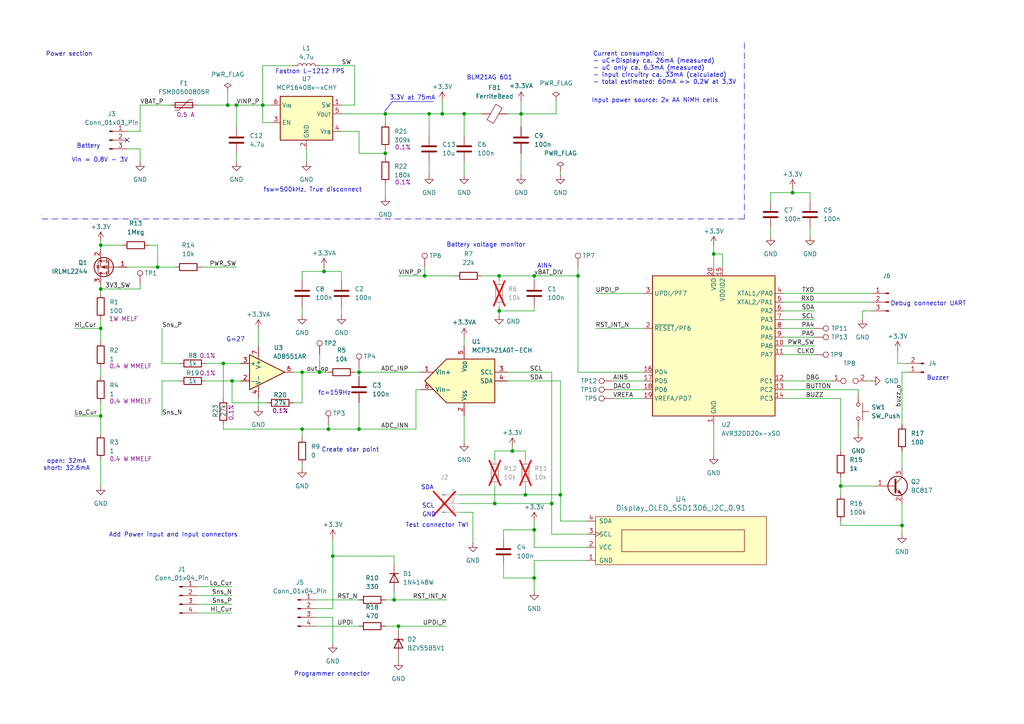
<source format=kicad_sch>
(kicad_sch (version 20250114) (generator "eeschema") (generator_version "9.0")
  (paper "A4")
  (title_block (title "Shorty - short circuit finder") (date "2024-06-12") (rev "1") (company "Nestler Elektronik"))
  (text "Test connector TWI\n" (at 126.746 152.4 0) (effects (font (size 1.27 1.27))))
  (text "Buzzer" (at 272.034 109.728 0) (effects (font (size 1.27 1.27))))
  (text "Current consumption:\n- uC+Display ca. 26mA (measured)\n- uC only ca. 6.3mA (measured)\n- input circuitry ca. 33mA (calculated)\n- total estimated: 60mA => 0.2W at 3.3V" (at 171.958 19.812 0) (effects (font (size 1.27 1.27) (thickness 0.1588)) (justify left)))
  (text "fc=159Hz\n" (at 97.028 114.046 0) (effects (font (size 1.27 1.27))))
  (text "Vin = 0.8V - 3V" (at 28.956 46.482 0) (effects (font (size 1.27 1.27))))
  (text "Add Power input and Input connectors\n" (at 50.292 155.194 0) (effects (font (size 1.27 1.27))))
  (text "3.3V at 75mA" (at 119.634 28.448 0) (effects (font (size 1.27 1.27))))
  (text "Fastron L-1212 FPS" (at 89.916 20.828 0) (effects (font (size 1.27 1.27))))
  (text "AIN4" (at 157.988 77.216 0) (effects (font (size 1.27 1.27))))
  (text "Power section" (at 20.066 15.748 0) (effects (font (size 1.27 1.27))))
  (text "open: 32mA\nshort: 32.6mA" (at 19.304 134.874 0) (effects (font (size 1.27 1.27))))
  (text "SCL" (at 124.206 146.812 0) (effects (font (size 1.27 1.27))))
  (text "Battery voltage monitor\n" (at 140.97 71.12 0) (effects (font (size 1.27 1.27))))
  (text "Battery" (at 25.654 42.418 0) (effects (font (size 1.27 1.27))))
  (text "Input power source: 2x AA NiMH cells" (at 189.992 29.21 0) (effects (font (size 1.27 1.27))))
  (text "G=27\n\n" (at 68.326 99.568 0) (effects (font (size 1.27 1.27))))
  (text "Debug connector UART\n" (at 269.24 88.138 0) (effects (font (size 1.27 1.27))))
  (text "GND" (at 124.46 149.352 0) (effects (font (size 1.27 1.27))))
  (text "SDA" (at 123.952 141.478 0) (effects (font (size 1.27 1.27))))
  (text "Create star point" (at 101.6 130.556 0) (effects (font (size 1.27 1.27))))
  (text "Programmer connector" (at 96.266 195.58 0) (effects (font (size 1.27 1.27))))
  (text "fsw=500kHz, True disconnect" (at 90.678 55.118 0) (effects (font (size 1.27 1.27))))
  (text "BLM21AG 601" (at 141.986 22.606 0) (effects (font (size 1.27 1.27))))
  (junction (at 243.84 140.97))
  (junction (at 128.27 33.02))
  (junction (at 104.14 107.95))
  (junction (at 92.71 107.95))
  (junction (at 152.4 143.51))
  (junction (at 76.2 30.48))
  (junction (at 162.56 143.51))
  (junction (at 207.01 73.66))
  (junction (at 29.21 120.65))
  (junction (at 154.94 153.67))
  (junction (at 123.19 80.01))
  (junction (at 115.57 181.61))
  (junction (at 154.94 167.64))
  (junction (at 29.21 83.82))
  (junction (at 167.64 80.01))
  (junction (at 144.78 90.17))
  (junction (at 95.25 124.46))
  (junction (at 87.63 124.46))
  (junction (at 229.87 55.88))
  (junction (at 144.78 80.01))
  (junction (at 160.02 146.05))
  (junction (at 64.77 105.41))
  (junction (at 261.62 152.4))
  (junction (at 29.21 71.12))
  (junction (at 93.98 78.74))
  (junction (at 124.46 33.02))
  (junction (at 114.3 173.99))
  (junction (at 87.63 107.95))
  (junction (at 29.21 95.25))
  (junction (at 148.59 130.81))
  (junction (at 66.04 30.48))
  (junction (at 45.72 77.47))
  (junction (at 96.52 161.29))
  (junction (at 111.76 33.02))
  (junction (at 154.94 80.01))
  (junction (at 111.76 44.45))
  (junction (at 134.62 33.02))
  (junction (at 67.31 110.49))
  (junction (at 68.58 30.48))
  (junction (at 104.14 124.46))
  (junction (at 151.13 33.02))
  (junction (at 143.51 146.05))
  (no_connect (at 36.83 40.64))
  (wire (pts (xy 85.09 107.95) (xy 87.63 107.95)))
  (wire (pts (xy 115.57 80.01) (xy 123.19 80.01)))
  (wire (pts (xy 121.92 113.03) (xy 120.65 113.03)))
  (wire (pts (xy 154.94 167.64) (xy 154.94 171.45)))
  (wire (pts (xy 162.56 110.49) (xy 147.32 110.49)))
  (wire (pts (xy 207.01 77.47) (xy 207.01 73.66)))
  (wire (pts (xy 144.78 80.01) (xy 144.78 81.28)))
  (wire (pts (xy 114.3 163.83) (xy 114.3 161.29)))
  (wire (pts (xy 123.19 77.47) (xy 123.19 80.01)))
  (wire (pts (xy 227.33 92.71) (xy 236.22 92.71)))
  (wire (pts (xy 29.21 69.85) (xy 29.21 71.12)))
  (wire (pts (xy 162.56 49.53) (xy 162.56 50.8)))
  (wire (pts (xy 148.59 129.54) (xy 148.59 130.81)))
  (wire (pts (xy 29.21 71.12) (xy 35.56 71.12)))
  (wire (pts (xy 133.35 143.51) (xy 152.4 143.51)))
  (wire (pts (xy 102.87 107.95) (xy 104.14 107.95)))
  (wire (pts (xy 177.8 115.57) (xy 186.69 115.57)))
  (wire (pts (xy 115.57 190.5) (xy 115.57 191.77)))
  (wire (pts (xy 91.44 176.53) (xy 96.52 176.53)))
  (wire (pts (xy 87.63 107.95) (xy 92.71 107.95)))
  (wire (pts (xy 114.3 173.99) (xy 129.54 173.99)))
  (wire (pts (xy 248.92 114.3) (xy 248.92 113.03)))
  (wire (pts (xy 66.04 30.48) (xy 68.58 30.48)))
  (wire (pts (xy 134.62 97.79) (xy 134.62 100.33)))
  (wire (pts (xy 111.76 44.45) (xy 111.76 45.72)))
  (wire (pts (xy 137.16 148.59) (xy 137.16 157.48)))
  (wire (pts (xy 59.69 110.49) (xy 67.31 110.49)))
  (wire (pts (xy 152.4 143.51) (xy 162.56 143.51)))
  (wire (pts (xy 261.62 130.81) (xy 261.62 135.89)))
  (wire (pts (xy 29.21 106.68) (xy 29.21 109.22)))
  (wire (pts (xy 46.99 110.49) (xy 52.07 110.49)))
  (wire (pts (xy 227.33 95.25) (xy 236.22 95.25)))
  (wire (pts (xy 64.77 105.41) (xy 69.85 105.41)))
  (wire (pts (xy 143.51 140.97) (xy 143.51 146.05)))
  (wire (pts (xy 29.21 133.35) (xy 29.21 140.97)))
  (wire (pts (xy 243.84 115.57) (xy 243.84 130.81)))
  (wire (pts (xy 154.94 90.17) (xy 154.94 88.9)))
  (wire (pts (xy 234.95 68.58) (xy 234.95 66.04)))
  (wire (pts (xy 243.84 152.4) (xy 261.62 152.4)))
  (wire (pts (xy 29.21 120.65) (xy 29.21 125.73)))
  (wire (pts (xy 114.3 171.45) (xy 114.3 173.99)))
  (wire (pts (xy 64.77 123.19) (xy 64.77 124.46)))
  (wire (pts (xy 67.31 116.84) (xy 77.47 116.84)))
  (wire (pts (xy 154.94 151.13) (xy 154.94 153.67)))
  (wire (pts (xy 207.01 71.12) (xy 207.01 73.66)))
  (wire (pts (xy 143.51 133.35) (xy 143.51 130.81)))
  (wire (pts (xy 36.83 77.47) (xy 45.72 77.47)))
  (wire (pts (xy 186.69 107.95) (xy 167.64 107.95)))
  (wire (pts (xy 207.01 73.66) (xy 209.55 73.66)))
  (wire (pts (xy 151.13 44.45) (xy 151.13 50.8)))
  (wire (pts (xy 167.64 80.01) (xy 167.64 107.95)))
  (wire (pts (xy 227.33 110.49) (xy 241.3 110.49)))
  (polyline (pts (xy 113.792 29.464) (xy 125.73 29.464)))
  (wire (pts (xy 151.13 33.02) (xy 161.29 33.02)))
  (wire (pts (xy 85.09 116.84) (xy 87.63 116.84)))
  (wire (pts (xy 76.2 30.48) (xy 76.2 19.05)))
  (wire (pts (xy 46.99 110.49) (xy 46.99 120.65)))
  (wire (pts (xy 144.78 80.01) (xy 139.7 80.01)))
  (wire (pts (xy 154.94 80.01) (xy 167.64 80.01)))
  (wire (pts (xy 227.33 102.87) (xy 236.22 102.87)))
  (wire (pts (xy 87.63 107.95) (xy 87.63 116.84)))
  (wire (pts (xy 227.33 90.17) (xy 236.22 90.17)))
  (wire (pts (xy 252.73 110.49) (xy 251.46 110.49)))
  (wire (pts (xy 162.56 110.49) (xy 162.56 143.51)))
  (wire (pts (xy 95.25 123.19) (xy 95.25 124.46)))
  (wire (pts (xy 29.21 92.71) (xy 29.21 95.25)))
  (wire (pts (xy 87.63 124.46) (xy 87.63 127)))
  (wire (pts (xy 261.62 107.95) (xy 261.62 123.19)))
  (wire (pts (xy 154.94 80.01) (xy 154.94 81.28)))
  (wire (pts (xy 92.71 102.87) (xy 92.71 107.95)))
  (wire (pts (xy 243.84 143.51) (xy 243.84 140.97)))
  (wire (pts (xy 260.35 101.6) (xy 260.35 105.41)))
  (wire (pts (xy 111.76 33.02) (xy 111.76 35.56)))
  (wire (pts (xy 74.93 95.25) (xy 74.93 100.33)))
  (wire (pts (xy 45.72 71.12) (xy 43.18 71.12)))
  (wire (pts (xy 115.57 181.61) (xy 115.57 182.88)))
  (wire (pts (xy 227.33 85.09) (xy 252.73 85.09)))
  (wire (pts (xy 151.13 36.83) (xy 151.13 33.02)))
  (wire (pts (xy 29.21 95.25) (xy 29.21 99.06)))
  (wire (pts (xy 87.63 78.74) (xy 93.98 78.74)))
  (polyline (pts (xy 111.5642 32.2885) (xy 113.792 29.464)))
  (wire (pts (xy 87.63 134.62) (xy 87.63 135.89)))
  (wire (pts (xy 74.93 115.57) (xy 74.93 118.11)))
  (wire (pts (xy 170.18 162.56) (xy 154.94 162.56)))
  (wire (pts (xy 57.15 170.18) (xy 67.31 170.18)))
  (wire (pts (xy 154.94 153.67) (xy 154.94 158.75)))
  (wire (pts (xy 160.02 107.95) (xy 160.02 146.05)))
  (wire (pts (xy 124.46 33.02) (xy 124.46 39.37)))
  (wire (pts (xy 177.8 113.03) (xy 186.69 113.03)))
  (wire (pts (xy 143.51 130.81) (xy 148.59 130.81)))
  (wire (pts (xy 144.78 90.17) (xy 154.94 90.17)))
  (wire (pts (xy 172.72 95.25) (xy 186.69 95.25)))
  (wire (pts (xy 96.52 156.21) (xy 96.52 161.29)))
  (wire (pts (xy 243.84 140.97) (xy 254 140.97)))
  (wire (pts (xy 151.13 33.02) (xy 151.13 29.21)))
  (wire (pts (xy 124.46 46.99) (xy 124.46 50.8)))
  (wire (pts (xy 229.87 55.88) (xy 234.95 55.88)))
  (wire (pts (xy 177.8 110.49) (xy 186.69 110.49)))
  (wire (pts (xy 92.71 107.95) (xy 95.25 107.95)))
  (wire (pts (xy 146.05 156.21) (xy 146.05 153.67)))
  (wire (pts (xy 154.94 162.56) (xy 154.94 167.64)))
  (wire (pts (xy 36.83 43.18) (xy 40.64 43.18)))
  (wire (pts (xy 144.78 90.17) (xy 144.78 91.44)))
  (wire (pts (xy 40.64 43.18) (xy 40.64 46.99)))
  (wire (pts (xy 104.14 107.95) (xy 104.14 109.22)))
  (wire (pts (xy 57.15 172.72) (xy 67.31 172.72)))
  (wire (pts (xy 96.52 179.07) (xy 96.52 186.69)))
  (wire (pts (xy 104.14 124.46) (xy 120.65 124.46)))
  (wire (pts (xy 57.15 177.8) (xy 67.31 177.8)))
  (wire (pts (xy 95.25 124.46) (xy 104.14 124.46)))
  (wire (pts (xy 68.58 30.48) (xy 76.2 30.48)))
  (wire (pts (xy 160.02 146.05) (xy 160.02 154.94)))
  (wire (pts (xy 99.06 91.44) (xy 99.06 88.9)))
  (wire (pts (xy 64.77 105.41) (xy 64.77 115.57)))
  (wire (pts (xy 57.15 30.48) (xy 66.04 30.48)))
  (wire (pts (xy 67.31 110.49) (xy 69.85 110.49)))
  (wire (pts (xy 111.76 43.18) (xy 111.76 44.45)))
  (wire (pts (xy 162.56 143.51) (xy 162.56 151.13)))
  (wire (pts (xy 209.55 73.66) (xy 209.55 77.47)))
  (wire (pts (xy 120.65 113.03) (xy 120.65 124.46)))
  (wire (pts (xy 227.33 97.79) (xy 236.22 97.79)))
  (wire (pts (xy 36.83 38.1) (xy 40.64 38.1)))
  (wire (pts (xy 46.99 105.41) (xy 46.99 95.25)))
  (wire (pts (xy 115.57 181.61) (xy 129.54 181.61)))
  (wire (pts (xy 133.35 146.05) (xy 143.51 146.05)))
  (wire (pts (xy 78.74 35.56) (xy 76.2 35.56)))
  (wire (pts (xy 160.02 154.94) (xy 170.18 154.94)))
  (wire (pts (xy 21.59 95.25) (xy 29.21 95.25)))
  (wire (pts (xy 152.4 140.97) (xy 152.4 143.51)))
  (wire (pts (xy 170.18 158.75) (xy 154.94 158.75)))
  (wire (pts (xy 29.21 83.82) (xy 29.21 85.09)))
  (wire (pts (xy 123.19 80.01) (xy 132.08 80.01)))
  (wire (pts (xy 45.72 77.47) (xy 50.8 77.47)))
  (wire (pts (xy 104.14 106.68) (xy 104.14 107.95)))
  (wire (pts (xy 124.46 33.02) (xy 128.27 33.02)))
  (wire (pts (xy 87.63 91.44) (xy 87.63 88.9)))
  (wire (pts (xy 76.2 30.48) (xy 76.2 35.56)))
  (wire (pts (xy 146.05 163.83) (xy 146.05 167.64)))
  (wire (pts (xy 96.52 161.29) (xy 114.3 161.29)))
  (wire (pts (xy 144.78 80.01) (xy 154.94 80.01)))
  (wire (pts (xy 134.62 46.99) (xy 134.62 50.8)))
  (wire (pts (xy 111.76 173.99) (xy 114.3 173.99)))
  (wire (pts (xy 29.21 83.82) (xy 40.64 83.82)))
  (wire (pts (xy 68.58 36.83) (xy 68.58 30.48)))
  (wire (pts (xy 248.92 124.46) (xy 248.92 125.73)))
  (wire (pts (xy 29.21 116.84) (xy 29.21 120.65)))
  (wire (pts (xy 40.64 30.48) (xy 40.64 38.1)))
  (wire (pts (xy 261.62 152.4) (xy 261.62 154.94)))
  (wire (pts (xy 102.87 19.05) (xy 102.87 30.48)))
  (wire (pts (xy 104.14 44.45) (xy 111.76 44.45)))
  (wire (pts (xy 57.15 175.26) (xy 67.31 175.26)))
  (wire (pts (xy 229.87 54.61) (xy 229.87 55.88)))
  (wire (pts (xy 111.76 53.34) (xy 111.76 57.15)))
  (wire (pts (xy 162.56 151.13) (xy 170.18 151.13)))
  (wire (pts (xy 78.74 30.48) (xy 76.2 30.48)))
  (wire (pts (xy 104.14 107.95) (xy 121.92 107.95)))
  (wire (pts (xy 68.58 46.99) (xy 68.58 44.45)))
  (wire (pts (xy 99.06 38.1) (xy 104.14 38.1)))
  (wire (pts (xy 234.95 55.88) (xy 234.95 58.42)))
  (wire (pts (xy 227.33 100.33) (xy 236.22 100.33)))
  (wire (pts (xy 40.64 30.48) (xy 49.53 30.48)))
  (wire (pts (xy 99.06 30.48) (xy 102.87 30.48)))
  (wire (pts (xy 148.59 130.81) (xy 152.4 130.81)))
  (wire (pts (xy 146.05 167.64) (xy 154.94 167.64)))
  (wire (pts (xy 58.42 77.47) (xy 68.58 77.47)))
  (polyline (pts (xy 12.192 63.5) (xy 215.9 63.5)) (stroke (width 0) (type dash_dot)))
  (wire (pts (xy 134.62 120.65) (xy 134.62 128.27)))
  (wire (pts (xy 243.84 151.13) (xy 243.84 152.4)))
  (wire (pts (xy 59.69 105.41) (xy 64.77 105.41)))
  (wire (pts (xy 87.63 124.46) (xy 95.25 124.46)))
  (wire (pts (xy 161.29 29.21) (xy 161.29 33.02)))
  (wire (pts (xy 64.77 124.46) (xy 87.63 124.46)))
  (wire (pts (xy 91.44 173.99) (xy 104.14 173.99)))
  (wire (pts (xy 87.63 81.28) (xy 87.63 78.74)))
  (wire (pts (xy 167.64 77.47) (xy 167.64 80.01)))
  (wire (pts (xy 227.33 87.63) (xy 252.73 87.63)))
  (wire (pts (xy 67.31 110.49) (xy 67.31 116.84)))
  (wire (pts (xy 111.76 181.61) (xy 115.57 181.61)))
  (wire (pts (xy 152.4 130.81) (xy 152.4 133.35)))
  (wire (pts (xy 40.64 83.82) (xy 40.64 82.55)))
  (wire (pts (xy 133.35 148.59) (xy 137.16 148.59)))
  (wire (pts (xy 104.14 116.84) (xy 104.14 124.46)))
  (wire (pts (xy 93.98 78.74) (xy 99.06 78.74)))
  (wire (pts (xy 128.27 29.21) (xy 128.27 33.02)))
  (wire (pts (xy 248.92 113.03) (xy 227.33 113.03)))
  (wire (pts (xy 147.32 33.02) (xy 151.13 33.02)))
  (wire (pts (xy 99.06 78.74) (xy 99.06 81.28)))
  (wire (pts (xy 88.9 43.18) (xy 88.9 46.99)))
  (wire (pts (xy 96.52 161.29) (xy 96.52 176.53)))
  (wire (pts (xy 128.27 33.02) (xy 134.62 33.02)))
  (wire (pts (xy 260.35 105.41) (xy 262.89 105.41)))
  (wire (pts (xy 29.21 71.12) (xy 29.21 72.39)))
  (wire (pts (xy 134.62 39.37) (xy 134.62 33.02)))
  (wire (pts (xy 134.62 33.02) (xy 139.7 33.02)))
  (wire (pts (xy 223.52 58.42) (xy 223.52 55.88)))
  (wire (pts (xy 243.84 138.43) (xy 243.84 140.97)))
  (wire (pts (xy 223.52 68.58) (xy 223.52 66.04)))
  (wire (pts (xy 99.06 33.02) (xy 111.76 33.02)))
  (wire (pts (xy 91.44 181.61) (xy 104.14 181.61)))
  (wire (pts (xy 261.62 107.95) (xy 262.89 107.95)))
  (wire (pts (xy 223.52 55.88) (xy 229.87 55.88)))
  (wire (pts (xy 227.33 115.57) (xy 243.84 115.57)))
  (wire (pts (xy 93.98 77.47) (xy 93.98 78.74)))
  (wire (pts (xy 66.04 26.67) (xy 66.04 30.48)))
  (wire (pts (xy 92.71 19.05) (xy 102.87 19.05)))
  (wire (pts (xy 45.72 71.12) (xy 45.72 77.47)))
  (polyline (pts (xy 215.9 12.446) (xy 215.9 63.5)) (stroke (width 0) (type dash_dot)))
  (wire (pts (xy 207.01 123.19) (xy 207.01 132.08)))
  (wire (pts (xy 172.72 85.09) (xy 186.69 85.09)))
  (wire (pts (xy 91.44 179.07) (xy 96.52 179.07)))
  (wire (pts (xy 261.62 146.05) (xy 261.62 152.4)))
  (wire (pts (xy 147.32 107.95) (xy 160.02 107.95)))
  (wire (pts (xy 144.78 88.9) (xy 144.78 90.17)))
  (wire (pts (xy 46.99 105.41) (xy 52.07 105.41)))
  (wire (pts (xy 111.76 33.02) (xy 124.46 33.02)))
  (polyline (pts (xy 12.192 62.484) (xy 12.192 62.484)))
  (wire (pts (xy 252.73 90.17) (xy 250.19 90.17)))
  (wire (pts (xy 143.51 146.05) (xy 160.02 146.05)))
  (wire (pts (xy 146.05 153.67) (xy 154.94 153.67)))
  (wire (pts (xy 250.19 90.17) (xy 250.19 92.71)))
  (wire (pts (xy 21.59 120.65) (xy 29.21 120.65)))
  (wire (pts (xy 104.14 38.1) (xy 104.14 44.45)))
  (wire (pts (xy 29.21 82.55) (xy 29.21 83.82)))
  (wire (pts (xy 76.2 19.05) (xy 85.09 19.05)))
  (label "Sns_N" (at 46.99 120.65 0))
  (label "ADC_INN" (at 110.49 124.46 0))
  (label "RXD" (at 236.22 87.63 180))
  (label "Lo_Cur" (at 21.59 120.65 0))
  (label "BUZZ" (at 233.68 115.57 0))
  (label "SCL" (at 153.67 107.95 0))
  (label "AIN5" (at 177.8 110.49 0))
  (label "3V3_SW" (at 30.48 83.82 0))
  (label "out_op" (at 88.9 107.95 0))
  (label "VREFA" (at 177.8 115.57 0))
  (label "UPDI_P" (at 172.72 85.09 0))
  (label "ADC_INP" (at 110.49 107.95 0))
  (label "Lo_Cur" (at 67.31 170.18 180))
  (label "Sns_P" (at 67.31 175.26 180))
  (label "SCL" (at 236.22 92.71 180))
  (label "Hi_Cur" (at 67.31 177.8 180))
  (label "PA5" (at 236.22 97.79 180))
  (label "PWR_SW" (at 236.22 100.33 180))
  (label "SW" (at 99.06 19.05 0))
  (label "UPDI_P" (at 129.54 181.61 180))
  (label "Hi_Cur" (at 21.59 95.25 0))
  (label "buzz_o" (at 261.62 118.11 90))
  (label "RST_INT_N" (at 172.72 95.25 0))
  (label "TXD" (at 236.22 85.09 180))
  (label "VINP_P" (at 68.58 30.48 0))
  (label "PA4" (at 236.22 95.25 180))
  (label "DACO" (at 177.8 113.03 0))
  (label "CLKO" (at 236.22 102.87 180))
  (label "Sns_N" (at 67.31 172.72 180))
  (label "vBAT_DIV" (at 154.94 80.01 0))
  (label "RST_INT_N" (at 129.54 173.99 180))
  (label "PWR_SW" (at 68.58 77.47 180))
  (label "UPDI" (at 97.79 181.61 0))
  (label "Sns_P" (at 46.99 95.25 0))
  (label "SDA" (at 236.22 90.17 180))
  (label "DBG" (at 233.68 110.49 0))
  (label "RST_N" (at 97.79 173.99 0))
  (label "VINP_P" (at 115.57 80.01 0))
  (label "BUTTON" (at 233.68 113.03 0))
  (label "SDA" (at 153.67 110.49 0))
  (label "VBAT_P" (at 40.64 30.48 0))
  (symbol (lib_id "Device:R") (at 55.88 110.49 90) (unit 1)
    (property "Reference" "R19" (at 55.88 108.204 90))
    (property "Value" "1k" (at 55.88 110.49 90))
    (property "Footprint" "Resistor_SMD:R_0805_2012Metric_Pad1.20x1.40mm_HandSolder" (effects (hide yes)))
    (property "Description" "Resistor" (effects (hide yes)))
    (property "Tol" "0.1%" (at 60.198 108.204 90))
  )
  (symbol (lib_id "Diode:1N4148W") (at 114.3 167.64 270) (unit 1)
    (property "Reference" "D1" (at 116.84 166.3699 90) (effects (justify left)))
    (property "Value" "1N4148W" (at 116.84 168.9099 90) (effects (justify left)))
    (property "Footprint" "Diode_SMD:D_SOD-123" (effects (hide yes)))
    (property "Datasheet" "https://www.vishay.com/docs/85748/1n4148w.pdf" (effects (hide yes)))
    (property "Description" "75V 0.15A Fast Switching Diode, SOD-123" (effects (hide yes)))
    (property "Sim.Device" "D" (effects (hide yes)))
    (property "Sim.Pins" "1=K 2=A" (effects (hide yes)))
  )
  (symbol (lib_id "Connector:TestPoint") (at 95.25 123.19 0) (unit 1) (in_bom no)
    (property "Reference" "TP3" (at 96.52 119.888 0) (effects (justify left)))
    (property "Value" "TestPoint" (effects (hide yes)))
    (property "Footprint" "TestPoint:TestPoint_Pad_D1.0mm" (effects (hide yes)))
    (property "Description" "test point" (effects (hide yes)))
  )
  (symbol (lib_id "Connector:TestPoint") (at 40.64 82.55 0) (unit 1) (in_bom no)
    (property "Reference" "TP1" (at 41.91 79.248 0) (effects (justify left)))
    (property "Value" "TestPoint" (effects (hide yes)))
    (property "Footprint" "TestPoint:TestPoint_Pad_D1.0mm" (effects (hide yes)))
    (property "Description" "test point" (effects (hide yes)))
  )
  (symbol (lib_id "Analog_ADC:MCP3421A0T-ECH") (at 134.62 110.49 0) (unit 1)
    (property "Reference" "U1" (at 136.8141 99.06 0) (effects (justify left)))
    (property "Value" "MCP3421A0T-ECH" (at 136.8141 101.6 0) (effects (justify left)))
    (property "Footprint" "Package_TO_SOT_SMD:SOT-23-6" (effects (hide yes)))
    (property "Datasheet" "http://ww1.microchip.com/downloads/en/DeviceDoc/22003e.pdf" (effects (hide yes)))
    (property "Description" "Single Delta-Sigma 18bit Analog to Digital Converter, I2C Interface, SOT-23-6" (effects (hide yes)))
  )
  (symbol (lib_id "power:GND") (at 99.06 91.44 0) (unit 1)
    (property "Reference" "#PWR031" (effects (hide yes)))
    (property "Value" "GND" (at 99.06 96.52 0))
    (property "Description" "Power symbol creates a global label with name \"GND\" , ground" (effects (hide yes)))
  )
  (symbol (lib_id "Connector:TestPoint") (at 236.22 97.79 270) (mirror x) (unit 1) (in_bom no)
    (property "Reference" "TP13" (at 241.046 97.79 90) (effects (justify left)))
    (property "Value" "TestPoint" (effects (hide yes)))
    (property "Footprint" "TestPoint:TestPoint_Pad_D1.0mm" (effects (hide yes)))
    (property "Description" "test point" (effects (hide yes)))
  )
  (symbol (lib_id "Connector:Conn_01x02_Pin") (at 267.97 107.95 180) (unit 1)
    (property "Reference" "J4" (at 269.24 105.4099 0) (effects (justify right)))
    (property "Value" "Conn_01x02_Pin" (effects (hide yes)))
    (property "Footprint" "Connector_JST:JST_PH_B2B-PH-K_1x02_P2.00mm_Vertical" (effects (hide yes)))
    (property "Description" "Generic connector, single row, 01x02, script generated" (effects (hide yes)))
  )
  (symbol (lib_id "power:+3.3V") (at 93.98 77.47 0) (unit 1)
    (property "Reference" "#PWR05" (effects (hide yes)))
    (property "Value" "+3.3VA" (at 93.98 73.406 0))
    (property "Description" "Power symbol creates a global label with name \"+3.3V\"" (effects (hide yes)))
  )
  (symbol (lib_id "power:PWR_FLAG") (at 161.29 29.21 0) (unit 1)
    (property "Reference" "#FLG02" (effects (hide yes)))
    (property "Value" "PWR_FLAG" (at 161.29 24.13 0))
    (property "Description" "Special symbol for telling ERC where power comes from" (effects (hide yes)))
  )
  (symbol (lib_id "Regulator_Switching:MCP1640Bx-xCHY") (at 88.9 35.56 0) (unit 1)
    (property "Reference" "U7" (at 88.9 22.86 0))
    (property "Value" "MCP1640Bx-xCHY" (at 88.9 25.4 0))
    (property "Footprint" "Package_TO_SOT_SMD:SOT-23-6" (effects (hide yes)))
    (property "Datasheet" "http://ww1.microchip.com/downloads/en/DeviceDoc/20002234D.pdf" (effects (hide yes)))
    (property "Description" "Synchronous Boost Regulator, Adjustable Output 2.0V-5.5V, PWM Only True Disconnect, SOT-23" (effects (hide yes)))
  )
  (symbol (lib_id "Transistor_FET:IRLML6401") (at 31.75 77.47 180) (unit 1)
    (property "Reference" "Q1" (at 25.4 76.1999 0) (effects (justify left)))
    (property "Value" "IRLML2244" (at 25.4 78.7399 0) (effects (justify left)))
    (property "Footprint" "Package_TO_SOT_SMD:SOT-23" (effects (hide yes)))
    (property "Datasheet" "https://www.infineon.com/dgdl/irlml6401pbf.pdf?fileId=5546d462533600a401535668b96d2634" (effects (hide yes)))
    (property "Description" "-4.3A Id, -12V Vds, 50mOhm Rds, P-Channel HEXFET Power MOSFET, SOT-23" (effects (hide yes)))
  )
  (symbol (lib_id "Device:C") (at 87.63 85.09 0) (unit 1)
    (property "Reference" "C8" (at 91.44 83.8199 0) (effects (justify left)))
    (property "Value" "100n" (at 91.44 86.3599 0) (effects (justify left)))
    (property "Footprint" "Capacitor_SMD:C_0805_2012Metric_Pad1.18x1.45mm_HandSolder" (effects (hide yes)))
    (property "Description" "Unpolarized capacitor" (effects (hide yes)))
  )
  (symbol (lib_id "Connector:Conn_01x03_Pin") (at 257.81 87.63 0) (mirror y) (unit 1)
    (property "Reference" "J6" (at 257.175 80.01 0))
    (property "Value" "Conn_01x03_Pin" (effects (hide yes)))
    (property "Footprint" "Connector_PinHeader_2.54mm:PinHeader_1x03_P2.54mm_Vertical" (effects (hide yes)))
    (property "Description" "Generic connector, single row, 01x03, script generated" (effects (hide yes)))
  )
  (symbol (lib_id "power:+3.3V") (at 229.87 54.61 0) (unit 1)
    (property "Reference" "#PWR25" (effects (hide yes)))
    (property "Value" "+3.3V" (at 229.87 50.546 0))
    (property "Description" "Power symbol creates a global label with name \"+3.3V\"" (effects (hide yes)))
  )
  (symbol (lib_id "Transistor_BJT:BC817") (at 259.08 140.97 0) (unit 1)
    (property "Reference" "Q2" (at 264.16 139.6999 0) (effects (justify left)))
    (property "Value" "BC817" (at 264.16 142.2399 0) (effects (justify left)))
    (property "Footprint" "Package_TO_SOT_SMD:SOT-23" (effects (hide yes)))
    (property "Datasheet" "https://www.onsemi.com/pub/Collateral/BC818-D.pdf" (effects (hide yes)))
    (property "Description" "0.8A Ic, 45V Vce, NPN Transistor, SOT-23" (effects (hide yes)))
  )
  (symbol (lib_id "power:+3.3VA") (at 29.21 69.85 0) (unit 1)
    (property "Reference" "#PWR023" (effects (hide yes)))
    (property "Value" "+3.3V" (at 29.21 65.786 0))
    (property "Description" "Power symbol creates a global label with name \"+3.3VA\"" (effects (hide yes)))
  )
  (symbol (lib_id "Device:R") (at 261.62 127 0) (unit 1)
    (property "Reference" "R17" (at 264.16 125.7299 0) (effects (justify left)))
    (property "Value" "100" (at 264.16 128.2699 0) (effects (justify left)))
    (property "Footprint" "Resistor_SMD:R_0805_2012Metric_Pad1.20x1.40mm_HandSolder" (effects (hide yes)))
    (property "Description" "Resistor" (effects (hide yes)))
  )
  (symbol (lib_id "Device:C") (at 234.95 62.23 0) (unit 1)
    (property "Reference" "C5" (at 238.76 60.9599 0) (effects (justify left)))
    (property "Value" "100n" (at 238.76 63.4999 0) (effects (justify left)))
    (property "Footprint" "Capacitor_SMD:C_0805_2012Metric_Pad1.18x1.45mm_HandSolder" (effects (hide yes)))
    (property "Description" "Unpolarized capacitor" (effects (hide yes)))
  )
  (symbol (lib_id "My_Displays:Display_OLED_SSD1306_I2C_0.91") (at 200.66 157.48 0) (unit 1)
    (property "Reference" "U4" (at 197.485 144.78 0) (effects (font (size 1.524 1.524))))
    (property "Value" "Display_OLED_SSD1306_I2C_0.91" (at 197.485 147.32 0) (effects (font (size 1.524 1.524))))
    (property "Footprint" "Custom_Displays:SSD1306-0.91-OLED-4pin-128x32" (effects (hide yes)))
    (property "Description" "OLED-Display 128x32,I2C, 0.91\"" (effects (hide yes)))
  )
  (symbol (lib_id "Device:C") (at 99.06 85.09 0) (unit 1)
    (property "Reference" "C2" (at 102.87 83.8199 0) (effects (justify left)))
    (property "Value" "100n" (at 102.87 86.3599 0) (effects (justify left)))
    (property "Footprint" "Capacitor_SMD:C_0805_2012Metric_Pad1.18x1.45mm_HandSolder" (effects (hide yes)))
    (property "Description" "Unpolarized capacitor" (effects (hide yes)))
  )
  (symbol (lib_id "Connector:Conn_01x04_Pin") (at 86.36 176.53 0) (unit 1)
    (property "Reference" "J5" (at 86.995 168.91 0))
    (property "Value" "Conn_01x04_Pin" (at 86.995 171.45 0))
    (property "Footprint" "Connector_PinHeader_2.54mm:PinHeader_1x04_P2.54mm_Vertical" (effects (hide yes)))
    (property "Description" "Generic connector, single row, 01x04, script generated" (effects (hide yes)))
  )
  (symbol (lib_id "power:+3.3VA") (at 134.62 97.79 0) (unit 1)
    (property "Reference" "#PWR021" (effects (hide yes)))
    (property "Value" "+3.3VA" (at 134.62 93.472 0))
    (property "Description" "Power symbol creates a global label with name \"+3.3VA\"" (effects (hide yes)))
  )
  (symbol (lib_id "Device:R") (at 135.89 80.01 90) (unit 1)
    (property "Reference" "R7" (at 135.89 73.66 90))
    (property "Value" "22k" (at 135.89 76.2 90))
    (property "Footprint" "Resistor_SMD:R_0805_2012Metric_Pad1.20x1.40mm_HandSolder" (effects (hide yes)))
    (property "Description" "Resistor" (effects (hide yes)))
  )
  (symbol (lib_id "power:GND") (at 144.78 91.44 0) (unit 1)
    (property "Reference" "#PWR04" (effects (hide yes)))
    (property "Value" "GND" (at 148.844 93.218 0))
    (property "Description" "Power symbol creates a global label with name \"GND\" , ground" (effects (hide yes)))
  )
  (symbol (lib_id "power:GND") (at 74.93 118.11 0) (unit 1)
    (property "Reference" "#PWR02" (effects (hide yes)))
    (property "Value" "GND" (at 74.93 123.19 0))
    (property "Description" "Power symbol creates a global label with name \"GND\" , ground" (effects (hide yes)))
  )
  (symbol (lib_id "power:GND") (at 248.92 125.73 0) (unit 1)
    (property "Reference" "#PWR10" (effects (hide yes)))
    (property "Value" "GND" (at 248.92 130.81 0))
    (property "Description" "Power symbol creates a global label with name \"GND\" , ground" (effects (hide yes)))
  )
  (symbol (lib_id "power:GND") (at 162.56 50.8 0) (unit 1)
    (property "Reference" "#PWR020" (effects (hide yes)))
    (property "Value" "GND" (at 162.56 55.88 0))
    (property "Description" "Power symbol creates a global label with name \"GND\" , ground" (effects (hide yes)))
  )
  (symbol (lib_id "power:+3.3V") (at 96.52 156.21 0) (unit 1)
    (property "Reference" "#PWR26" (effects (hide yes)))
    (property "Value" "+3.3V" (at 96.52 152.146 0))
    (property "Description" "Power symbol creates a global label with name \"+3.3V\"" (effects (hide yes)))
  )
  (symbol (lib_id "Device:R") (at 29.21 102.87 0) (unit 1)
    (property "Reference" "R2" (at 31.75 101.5999 0) (effects (justify left)))
    (property "Value" "1" (at 31.75 104.1399 0) (effects (justify left)))
    (property "Footprint" "Resistor_SMD:R_MiniMELF_MMA-0204" (effects (hide yes)))
    (property "Description" "Resistor" (effects (hide yes)))
    (property "Power" "0.4 W" (at 34.544 106.172 0))
    (property "Package" "MMELF" (at 40.894 106.172 0))
  )
  (symbol (lib_id "power:GND") (at 154.94 171.45 0) (unit 1)
    (property "Reference" "#PWR014" (effects (hide yes)))
    (property "Value" "GND" (at 154.94 176.53 0))
    (property "Description" "Power symbol creates a global label with name \"GND\" , ground" (effects (hide yes)))
  )
  (symbol (lib_id "Connector:TestPoint") (at 123.19 77.47 0) (unit 1) (in_bom no)
    (property "Reference" "TP6" (at 124.46 74.168 0) (effects (justify left)))
    (property "Value" "TestPoint" (effects (hide yes)))
    (property "Footprint" "TestPoint:TestPoint_Pad_D1.0mm" (effects (hide yes)))
    (property "Description" "test point" (effects (hide yes)))
  )
  (symbol (lib_id "power:GND") (at 261.62 154.94 0) (unit 1)
    (property "Reference" "#PWR030" (effects (hide yes)))
    (property "Value" "GND" (at 261.62 160.02 0))
    (property "Description" "Power symbol creates a global label with name \"GND\" , ground" (effects (hide yes)))
  )
  (symbol (lib_id "Device:R") (at 243.84 134.62 180) (unit 1)
    (property "Reference" "R15" (at 246.38 133.3499 0) (effects (justify right)))
    (property "Value" "1k" (at 246.38 135.8899 0) (effects (justify right)))
    (property "Footprint" "Resistor_SMD:R_0805_2012Metric_Pad1.20x1.40mm_HandSolder" (effects (hide yes)))
    (property "Description" "Resistor" (effects (hide yes)))
  )
  (symbol (lib_id "Device:R") (at 29.21 129.54 0) (unit 1)
    (property "Reference" "R3" (at 31.75 128.2699 0) (effects (justify left)))
    (property "Value" "1" (at 31.75 130.8099 0) (effects (justify left)))
    (property "Footprint" "Resistor_SMD:R_MiniMELF_MMA-0204" (effects (hide yes)))
    (property "Description" "Resistor" (effects (hide yes)))
    (property "Power" "0.4 W" (at 34.544 133.096 0))
    (property "Package" "MMELF" (at 40.894 133.096 0))
  )
  (symbol (lib_id "Device:R") (at 152.4 137.16 180) (unit 1) (dnp yes)
    (property "Reference" "R11" (at 154.94 135.8899 0) (effects (justify right)))
    (property "Value" "10k" (at 154.94 138.4299 0) (effects (justify right)))
    (property "Footprint" "Resistor_SMD:R_1206_3216Metric_Pad1.30x1.75mm_HandSolder" (effects (hide yes)))
    (property "Description" "Resistor" (effects (hide yes)))
  )
  (symbol (lib_id "Device:R") (at 143.51 137.16 180) (unit 1) (dnp yes)
    (property "Reference" "R12" (at 146.05 135.8899 0) (effects (justify right)))
    (property "Value" "10k" (at 146.05 138.4299 0) (effects (justify right)))
    (property "Footprint" "Resistor_SMD:R_1206_3216Metric_Pad1.30x1.75mm_HandSolder" (effects (hide yes)))
    (property "Description" "Resistor" (effects (hide yes)))
  )
  (symbol (lib_id "Device:C") (at 154.94 85.09 0) (unit 1)
    (property "Reference" "C1" (at 158.75 83.8199 0) (effects (justify left)))
    (property "Value" "100n" (at 158.75 86.3599 0) (effects (justify left)))
    (property "Footprint" "Capacitor_SMD:C_0805_2012Metric_Pad1.18x1.45mm_HandSolder" (effects (hide yes)))
    (property "Description" "Unpolarized capacitor" (effects (hide yes)))
  )
  (symbol (lib_id "power:+3.3V") (at 154.94 151.13 0) (unit 1)
    (property "Reference" "#PWR015" (effects (hide yes)))
    (property "Value" "+3.3V" (at 154.94 147.066 0))
    (property "Description" "Power symbol creates a global label with name \"+3.3V\"" (effects (hide yes)))
  )
  (symbol (lib_id "Device:R") (at 144.78 85.09 0) (unit 1) (dnp yes)
    (property "Reference" "R6" (at 147.32 83.8199 0) (effects (justify left)))
    (property "Value" "10k" (at 147.32 86.3599 0) (effects (justify left)))
    (property "Footprint" "Resistor_SMD:R_0805_2012Metric_Pad1.20x1.40mm_HandSolder" (effects (hide yes)))
    (property "Description" "Resistor" (effects (hide yes)))
  )
  (symbol (lib_id "Device:R") (at 107.95 181.61 90) (unit 1)
    (property "Reference" "R18" (at 107.95 176.1451 90))
    (property "Value" "470" (at 107.95 178.6851 90))
    (property "Footprint" "Resistor_SMD:R_0805_2012Metric_Pad1.20x1.40mm_HandSolder" (effects (hide yes)))
    (property "Description" "Resistor" (effects (hide yes)))
  )
  (symbol (lib_id "Device:FerriteBead") (at 143.51 33.02 90) (unit 1)
    (property "Reference" "FB1" (at 143.4592 25.4 90))
    (property "Value" "FerriteBead" (at 143.4592 27.94 90))
    (property "Footprint" "Inductor_SMD:L_0805_2012Metric_Pad1.15x1.40mm_HandSolder" (effects (hide yes)))
    (property "Description" "Ferrite bead 200-600ohm" (effects (hide yes)))
  )
  (symbol (lib_id "power:GND") (at 234.95 68.58 0) (unit 1)
    (property "Reference" "#PWR9" (effects (hide yes)))
    (property "Value" "GND" (at 234.95 73.66 0))
    (property "Description" "Power symbol creates a global label with name \"GND\" , ground" (effects (hide yes)))
  )
  (symbol (lib_id "power:GND") (at 111.76 57.15 0) (unit 1)
    (property "Reference" "#PWR035" (effects (hide yes)))
    (property "Value" "GND" (at 111.76 62.23 0))
    (property "Description" "Power symbol creates a global label with name \"GND\" , ground" (effects (hide yes)))
  )
  (symbol (lib_id "Device:R") (at 87.63 130.81 0) (unit 1)
    (property "Reference" "R9" (at 90.17 129.5399 0) (effects (justify left)))
    (property "Value" "0" (at 90.17 132.0799 0) (effects (justify left)))
    (property "Footprint" "Resistor_SMD:R_0805_2012Metric_Pad1.20x1.40mm_HandSolder" (effects (hide yes)))
    (property "Description" "Resistor" (effects (hide yes)))
  )
  (symbol (lib_id "power:GND") (at 134.62 50.8 0) (unit 1)
    (property "Reference" "#PWR019" (effects (hide yes)))
    (property "Value" "GND" (at 134.62 55.88 0))
    (property "Description" "Power symbol creates a global label with name \"GND\" , ground" (effects (hide yes)))
  )
  (symbol (lib_id "power:GND") (at 137.16 157.48 0) (unit 1)
    (property "Reference" "#PWR027" (effects (hide yes)))
    (property "Value" "GND" (at 137.16 162.56 0))
    (property "Description" "Power symbol creates a global label with name \"GND\" , ground" (effects (hide yes)))
  )
  (symbol (lib_id "power:+3.3V") (at 207.01 71.12 0) (unit 1)
    (property "Reference" "#PWR24" (effects (hide yes)))
    (property "Value" "+3.3V" (at 207.01 67.056 0))
    (property "Description" "Power symbol creates a global label with name \"+3.3V\"" (effects (hide yes)))
  )
  (symbol (lib_id "Device:R") (at 55.88 105.41 90) (unit 1)
    (property "Reference" "R8" (at 55.88 103.124 90))
    (property "Value" "1k" (at 55.88 105.41 90))
    (property "Footprint" "Resistor_SMD:R_0805_2012Metric_Pad1.20x1.40mm_HandSolder" (effects (hide yes)))
    (property "Description" "Resistor" (effects (hide yes)))
    (property "Tol" "0.1%" (at 60.198 103.124 90))
  )
  (symbol (lib_id "Device:R") (at 64.77 119.38 180) (unit 1)
    (property "Reference" "R23" (at 62.484 121.158 90) (effects (justify right)))
    (property "Value" "27k" (at 64.77 120.904 90) (effects (justify right)))
    (property "Footprint" "Resistor_SMD:R_0805_2012Metric_Pad1.20x1.40mm_HandSolder" (effects (hide yes)))
    (property "Description" "Resistor" (effects (hide yes)))
    (property "Tol" "0.1%" (at 67.056 119.634 90))
  )
  (symbol (lib_id "Connector:TestPoint") (at 177.8 113.03 90) (unit 1) (in_bom no)
    (property "Reference" "TP10" (at 173.228 113.03 90) (effects (justify left)))
    (property "Value" "TestPoint" (effects (hide yes)))
    (property "Footprint" "TestPoint:TestPoint_Pad_D1.0mm" (effects (hide yes)))
    (property "Description" "test point" (effects (hide yes)))
  )
  (symbol (lib_id "power:PWR_FLAG") (at 66.04 26.67 0) (unit 1)
    (property "Reference" "#FLG01" (effects (hide yes)))
    (property "Value" "PWR_FLAG" (at 66.04 21.59 0))
    (property "Description" "Special symbol for telling ERC where power comes from" (effects (hide yes)))
  )
  (symbol (lib_id "power:GND") (at 207.01 132.08 0) (unit 1)
    (property "Reference" "#PWR17" (effects (hide yes)))
    (property "Value" "GND" (at 207.01 137.16 0))
    (property "Description" "Power symbol creates a global label with name \"GND\" , ground" (effects (hide yes)))
  )
  (symbol (lib_id "Device:C") (at 146.05 160.02 0) (unit 1)
    (property "Reference" "C4" (at 149.86 158.7499 0) (effects (justify left)))
    (property "Value" "100n" (at 149.86 161.2899 0) (effects (justify left)))
    (property "Footprint" "Capacitor_SMD:C_0805_2012Metric_Pad1.18x1.45mm_HandSolder" (effects (hide yes)))
    (property "Description" "Unpolarized capacitor" (effects (hide yes)))
  )
  (symbol (lib_id "Switch:SW_Push") (at 248.92 119.38 270) (unit 1)
    (property "Reference" "SW1" (at 252.73 118.1099 90) (effects (justify left)))
    (property "Value" "SW_Push" (at 252.73 120.6499 90) (effects (justify left)))
    (property "Footprint" "user_global_con_lib:SW_SPST_Omron_B3F-40xx" (effects (hide yes)))
    (property "Description" "Push button switch, generic, two pins" (effects (hide yes)))
  )
  (symbol (lib_id "My_MCU:AVR32DD20x-xSO") (at 207.01 100.33 0) (unit 1)
    (property "Reference" "U2" (at 209.2041 123.19 0) (effects (justify left)))
    (property "Value" "AVR32DD20x-xSO" (at 209.2041 125.73 0) (effects (justify left)))
    (property "Footprint" "Package_SO:SOIC-20W_7.5x12.8mm_P1.27mm" (effects (hide yes)))
    (property "Datasheet" "https://www.microchip.com/en-us/product/AVR32DD20" (effects (hide yes)))
    (property "Description" "24MHz, 32kB Flash, 4kB SRAM, EEPROM with Multi-Voltage I/O, SOIC-20" (effects (hide yes)))
  )
  (symbol (lib_id "power:PWR_FLAG") (at 162.56 49.53 0) (unit 1)
    (property "Reference" "#FLG03" (effects (hide yes)))
    (property "Value" "PWR_FLAG" (at 162.56 44.45 0))
    (property "Description" "Special symbol for telling ERC where power comes from" (effects (hide yes)))
  )
  (symbol (lib_id "power:GND") (at 124.46 50.8 0) (unit 1)
    (property "Reference" "#PWR037" (effects (hide yes)))
    (property "Value" "GND" (at 124.46 55.88 0))
    (property "Description" "Power symbol creates a global label with name \"GND\" , ground" (effects (hide yes)))
  )
  (symbol (lib_id "power:GND") (at 223.52 68.58 0) (unit 1)
    (property "Reference" "#PWR18" (effects (hide yes)))
    (property "Value" "GND" (at 223.52 73.66 0))
    (property "Description" "Power symbol creates a global label with name \"GND\" , ground" (effects (hide yes)))
  )
  (symbol (lib_id "Device:C") (at 134.62 43.18 0) (unit 1)
    (property "Reference" "C6" (at 138.43 41.9099 0) (effects (justify left)))
    (property "Value" "100n" (at 138.43 44.4499 0) (effects (justify left)))
    (property "Footprint" "Capacitor_SMD:C_0805_2012Metric_Pad1.18x1.45mm_HandSolder" (effects (hide yes)))
    (property "Description" "Unpolarized capacitor" (effects (hide yes)))
  )
  (symbol (lib_id "Device:R") (at 81.28 116.84 90) (unit 1)
    (property "Reference" "R20" (at 81.28 114.554 90))
    (property "Value" "27k" (at 81.28 116.84 90))
    (property "Footprint" "Resistor_SMD:R_0805_2012Metric_Pad1.20x1.40mm_HandSolder" (effects (hide yes)))
    (property "Description" "Resistor" (effects (hide yes)))
    (property "Tol" "0.1%" (at 81.28 119.126 90))
  )
  (symbol (lib_id "Device:R") (at 29.21 88.9 0) (unit 1)
    (property "Reference" "R1" (at 31.75 87.6299 0) (effects (justify left)))
    (property "Value" "100" (at 31.75 90.1699 0) (effects (justify left)))
    (property "Footprint" "Resistor_SMD:R_MELF_MMB-0207" (effects (hide yes)))
    (property "Description" "Resistor" (effects (hide yes)))
    (property "Tol" "1%" (effects (hide yes)))
    (property "Package" "MELF" (at 37.592 92.456 0))
    (property "Power" "1W" (at 33.02 92.456 0))
  )
  (symbol (lib_id "Connector:Conn_01x04_Pin") (at 52.07 172.72 0) (unit 1)
    (property "Reference" "J1" (at 52.705 165.1 0))
    (property "Value" "Conn_01x04_Pin" (at 52.705 167.64 0))
    (property "Footprint" "Connector_JST:JST_XH_S4B-XH-A_1x04_P2.50mm_Horizontal" (effects (hide yes)))
    (property "Description" "Generic connector, single row, 01x04, script generated" (effects (hide yes)))
  )
  (symbol (lib_id "Connector:TestPoint") (at 177.8 115.57 90) (unit 1) (in_bom no)
    (property "Reference" "TP5" (at 173.228 115.57 90) (effects (justify left)))
    (property "Value" "TestPoint" (effects (hide yes)))
    (property "Footprint" "TestPoint:TestPoint_Pad_D1.0mm" (effects (hide yes)))
    (property "Description" "test point" (effects (hide yes)))
  )
  (symbol (lib_id "Device:R") (at 111.76 39.37 0) (unit 1)
    (property "Reference" "R21" (at 114.3 38.0999 0) (effects (justify left)))
    (property "Value" "309k" (at 114.3 40.6399 0) (effects (justify left)))
    (property "Footprint" "Resistor_SMD:R_0603_1608Metric_Pad0.98x0.95mm_HandSolder" (effects (hide yes)))
    (property "Description" "Resistor" (effects (hide yes)))
    (property "Tol" "0.1%" (at 116.84 42.672 0))
  )
  (symbol (lib_id "Connector:TestPoint") (at 177.8 110.49 90) (unit 1) (in_bom no)
    (property "Reference" "TP12" (at 173.228 110.49 90) (effects (justify left)))
    (property "Value" "TestPoint" (effects (hide yes)))
    (property "Footprint" "TestPoint:TestPoint_Pad_D1.0mm" (effects (hide yes)))
    (property "Description" "test point" (effects (hide yes)))
  )
  (symbol (lib_id "power:GND") (at 87.63 91.44 0) (unit 1)
    (property "Reference" "#PWR03" (effects (hide yes)))
    (property "Value" "GND" (at 87.63 96.52 0))
    (property "Description" "Power symbol creates a global label with name \"GND\" , ground" (effects (hide yes)))
  )
  (symbol (lib_id "power:+3.3V") (at 260.35 101.6 0) (unit 1)
    (property "Reference" "#PWR013" (effects (hide yes)))
    (property "Value" "+3.3V" (at 260.35 97.536 0))
    (property "Description" "Power symbol creates a global label with name \"+3.3V\"" (effects (hide yes)))
  )
  (symbol (lib_id "Device:L") (at 88.9 19.05 90) (unit 1)
    (property "Reference" "L1" (at 88.9 13.97 90))
    (property "Value" "4.7u" (at 88.9 16.51 90))
    (property "Footprint" "user_global_passive_lib:L_Fastron-1212FPS" (effects (hide yes)))
    (property "Datasheet" "https://www.fastrongroup.com/uploads/datasheets/Series/Complete-DataSheet/1212FPS.pdf" (effects (hide yes)))
    (property "Description" "Inductor" (effects (hide yes)))
  )
  (symbol (lib_id "Device:R") (at 39.37 71.12 90) (unit 1)
    (property "Reference" "R13" (at 39.37 64.77 90))
    (property "Value" "1Meg" (at 39.37 67.31 90))
    (property "Footprint" "Resistor_SMD:R_0805_2012Metric_Pad1.20x1.40mm_HandSolder" (effects (hide yes)))
    (property "Description" "Resistor" (effects (hide yes)))
  )
  (symbol (lib_id "Connector:TestPoint") (at 104.14 106.68 0) (unit 1) (in_bom no)
    (property "Reference" "TP4" (at 105.41 103.378 0) (effects (justify left)))
    (property "Value" "TestPoint" (effects (hide yes)))
    (property "Footprint" "TestPoint:TestPoint_Pad_D1.0mm" (effects (hide yes)))
    (property "Description" "test point" (effects (hide yes)))
  )
  (symbol (lib_id "power:GND") (at 40.64 46.99 0) (unit 1)
    (property "Reference" "#PWR08" (effects (hide yes)))
    (property "Value" "GND" (at 40.64 52.07 0))
    (property "Description" "Power symbol creates a global label with name \"GND\" , ground" (effects (hide yes)))
  )
  (symbol (lib_id "power:GND") (at 250.19 92.71 0) (unit 1)
    (property "Reference" "#PWR32" (effects (hide yes)))
    (property "Value" "GND" (at 250.19 97.79 0))
    (property "Description" "Power symbol creates a global label with name \"GND\" , ground" (effects (hide yes)))
  )
  (symbol (lib_id "power:GND") (at 68.58 46.99 0) (unit 1)
    (property "Reference" "#PWR036" (effects (hide yes)))
    (property "Value" "GND" (at 68.58 52.07 0))
    (property "Description" "Power symbol creates a global label with name \"GND\" , ground" (effects (hide yes)))
  )
  (symbol (lib_id "Device:C") (at 223.52 62.23 0) (unit 1)
    (property "Reference" "C7" (at 227.33 60.9599 0) (effects (justify left)))
    (property "Value" "100n" (at 227.33 63.4999 0) (effects (justify left)))
    (property "Footprint" "Capacitor_SMD:C_0805_2012Metric_Pad1.18x1.45mm_HandSolder" (effects (hide yes)))
    (property "Description" "Unpolarized capacitor" (effects (hide yes)))
  )
  (symbol (lib_id "power:GND") (at 96.52 186.69 0) (unit 1)
    (property "Reference" "#PWR28" (effects (hide yes)))
    (property "Value" "GND" (at 96.52 191.77 0))
    (property "Description" "Power symbol creates a global label with name \"GND\" , ground" (effects (hide yes)))
  )
  (symbol (lib_id "power:GND") (at 252.73 110.49 90) (unit 1)
    (property "Reference" "#PWR033" (effects (hide yes)))
    (property "Value" "GND" (at 256.54 110.4899 90) (effects (justify right)))
    (property "Description" "Power symbol creates a global label with name \"GND\" , ground" (effects (hide yes)))
  )
  (symbol (lib_id "power:+3.3V") (at 148.59 129.54 0) (unit 1)
    (property "Reference" "#PWR016" (effects (hide yes)))
    (property "Value" "+3.3V" (at 148.59 125.476 0))
    (property "Description" "Power symbol creates a global label with name \"+3.3V\"" (effects (hide yes)))
  )
  (symbol (lib_id "power:GND") (at 115.57 191.77 0) (unit 1)
    (property "Reference" "#PWR29" (effects (hide yes)))
    (property "Value" "GND" (at 115.57 196.85 0))
    (property "Description" "Power symbol creates a global label with name \"GND\" , ground" (effects (hide yes)))
  )
  (symbol (lib_id "Connector:TestPoint") (at 167.64 77.47 0) (unit 1) (in_bom no)
    (property "Reference" "TP7" (at 168.91 74.168 0) (effects (justify left)))
    (property "Value" "TestPoint" (effects (hide yes)))
    (property "Footprint" "TestPoint:TestPoint_Pad_D1.0mm" (effects (hide yes)))
    (property "Description" "test point" (effects (hide yes)))
  )
  (symbol (lib_id "Device:Polyfuse") (at 53.34 30.48 90) (unit 1)
    (property "Reference" "F1" (at 53.34 24.13 90))
    (property "Value" "FSMD0500805R" (at 53.34 26.67 90))
    (property "Footprint" "Fuse:Fuse_0805_2012Metric_Pad1.15x1.40mm_HandSolder" (effects (hide yes)))
    (property "Description" "Resettable fuse, polymeric positive temperature coefficient" (effects (hide yes)))
    (property "Voltage" "6 V" (effects (hide yes)))
    (property "Current" "0.5 A" (at 53.848 33.274 90))
  )
  (symbol (lib_id "Device:C") (at 151.13 40.64 0) (unit 1)
    (property "Reference" "C9" (at 154.94 39.3699 0) (effects (justify left)))
    (property "Value" "100n" (at 154.94 41.9099 0) (effects (justify left)))
    (property "Footprint" "Capacitor_SMD:C_0805_2012Metric_Pad1.18x1.45mm_HandSolder" (effects (hide yes)))
    (property "Description" "Unpolarized capacitor" (effects (hide yes)))
  )
  (symbol (lib_id "Device:R") (at 54.61 77.47 90) (unit 1)
    (property "Reference" "R14" (at 54.61 71.12 90))
    (property "Value" "10k" (at 54.61 73.66 90))
    (property "Footprint" "Resistor_SMD:R_0805_2012Metric_Pad1.20x1.40mm_HandSolder" (effects (hide yes)))
    (property "Description" "Resistor" (effects (hide yes)))
  )
  (symbol (lib_id "Diode:BZV55B5V1") (at 115.57 186.69 270) (unit 1)
    (property "Reference" "D2" (at 118.11 185.4199 90) (effects (justify left)))
    (property "Value" "BZV55B5V1" (at 118.11 187.9599 90) (effects (justify left)))
    (property "Footprint" "Diode_SMD:D_MiniMELF" (effects (hide yes)))
    (property "Datasheet" "https://assets.nexperia.com/documents/data-sheet/BZV55_SER.pdf" (effects (hide yes)))
    (property "Description" "5.1V, 500mW, 2%, Zener diode, MiniMELF" (effects (hide yes)))
  )
  (symbol (lib_id "My_Analog:AD8551AR") (at 77.47 107.95 0) (unit 1)
    (property "Reference" "U3" (at 80.772 100.838 0))
    (property "Value" "AD8551AR" (at 84.074 103.378 0))
    (property "Footprint" "Package_SO:SOIC-8_3.9x4.9mm_P1.27mm" (effects (hide yes)))
    (property "Datasheet" "https://www.analog.com/media/en/technical-documentation/data-sheets/AD8551_8552_8554.pdf" (effects (hide yes)))
    (property "Description" "Operational Amplifier, SOIC-8" (effects (hide yes)))
  )
  (symbol (lib_id "Device:R") (at 111.76 49.53 0) (unit 1)
    (property "Reference" "R22" (at 114.3 48.2599 0) (effects (justify left)))
    (property "Value" "180k" (at 114.3 50.7999 0) (effects (justify left)))
    (property "Footprint" "Resistor_SMD:R_0603_1608Metric_Pad0.98x0.95mm_HandSolder" (effects (hide yes)))
    (property "Description" "Resistor" (effects (hide yes)))
    (property "Tol" "0.1%" (at 116.84 52.832 0))
  )
  (symbol (lib_id "Device:R") (at 107.95 173.99 90) (unit 1)
    (property "Reference" "R10" (at 107.95 167.64 90))
    (property "Value" "330" (at 107.95 170.18 90))
    (property "Footprint" "Resistor_SMD:R_0805_2012Metric_Pad1.20x1.40mm_HandSolder" (effects (hide yes)))
    (property "Description" "Resistor" (effects (hide yes)))
  )
  (symbol (lib_id "Connector:TestPoint") (at 92.71 102.87 0) (unit 1) (in_bom no)
    (property "Reference" "TP2" (at 93.98 99.568 0) (effects (justify left)))
    (property "Value" "TestPoint" (effects (hide yes)))
    (property "Footprint" "TestPoint:TestPoint_Pad_D1.0mm" (effects (hide yes)))
    (property "Description" "test point" (effects (hide yes)))
  )
  (symbol (lib_id "power:GND") (at 88.9 46.99 0) (unit 1)
    (property "Reference" "#PWR034" (effects (hide yes)))
    (property "Value" "GND" (at 88.9 52.07 0))
    (property "Description" "Power symbol creates a global label with name \"GND\" , ground" (effects (hide yes)))
  )
  (symbol (lib_id "Device:C") (at 104.14 113.03 0) (unit 1)
    (property "Reference" "C3" (at 107.95 111.7599 0) (effects (justify left)))
    (property "Value" "100n" (at 107.95 114.2999 0) (effects (justify left)))
    (property "Footprint" "Capacitor_SMD:C_0805_2012Metric_Pad1.18x1.45mm_HandSolder" (effects (hide yes)))
    (property "Description" "Unpolarized capacitor" (effects (hide yes)))
  )
  (symbol (lib_id "Connector:Conn_01x03_Pin") (at 31.75 40.64 0) (unit 1)
    (property "Reference" "J3" (at 32.385 33.02 0))
    (property "Value" "Conn_01x03_Pin" (at 32.385 35.56 0))
    (property "Footprint" "Connector_JST:JST_PH_B3B-PH-K_1x03_P2.00mm_Vertical" (effects (hide yes)))
    (property "Description" "Generic connector, single row, 01x03, script generated" (effects (hide yes)))
  )
  (symbol (lib_id "power:+3.3VA") (at 151.13 29.21 0) (unit 1)
    (property "Reference" "#PWR011" (effects (hide yes)))
    (property "Value" "+3.3VA" (at 151.13 24.892 0))
    (property "Description" "Power symbol creates a global label with name \"+3.3VA\"" (effects (hide yes)))
  )
  (symbol (lib_id "power:GND") (at 29.21 140.97 0) (unit 1)
    (property "Reference" "#PWR01" (effects (hide yes)))
    (property "Value" "GND" (at 29.21 146.05 0))
    (property "Description" "Power symbol creates a global label with name \"GND\" , ground" (effects (hide yes)))
  )
  (symbol (lib_id "Device:R") (at 99.06 107.95 90) (unit 1)
    (property "Reference" "R5" (at 99.06 101.6 90))
    (property "Value" "10k" (at 99.06 104.14 90))
    (property "Footprint" "Resistor_SMD:R_0805_2012Metric_Pad1.20x1.40mm_HandSolder" (effects (hide yes)))
    (property "Description" "Resistor" (effects (hide yes)))
  )
  (symbol (lib_id "power:+3.3V") (at 128.27 29.21 0) (unit 1)
    (property "Reference" "#PWR038" (effects (hide yes)))
    (property "Value" "+3.3V" (at 128.27 25.146 0))
    (property "Description" "Power symbol creates a global label with name \"+3.3V\"" (effects (hide yes)))
  )
  (symbol (lib_id "Connector:TestPoint_2Pole") (at 246.38 110.49 0) (unit 1) (in_bom no)
    (property "Reference" "TP8" (at 246.38 105.41 0))
    (property "Value" "TestPoint_2Pole" (effects (hide yes)))
    (property "Footprint" "TestPoint:TestPoint_2Pads_Pitch2.54mm_Drill0.8mm" (effects (hide yes)))
    (property "Description" "2-polar test point" (effects (hide yes)))
  )
  (symbol (lib_id "Connector:Conn_01x03_Pin") (at 128.27 146.05 0) (unit 1) (dnp yes)
    (property "Reference" "J2" (at 128.905 138.43 0))
    (property "Value" "Conn_01x03_Pin" (effects (hide yes)))
    (property "Footprint" "Connector_PinHeader_2.54mm:PinHeader_1x03_P2.54mm_Vertical" (effects (hide yes)))
    (property "Description" "Generic connector, single row, 01x03, script generated" (effects (hide yes)))
  )
  (symbol (lib_id "power:GND") (at 134.62 128.27 0) (unit 1)
    (property "Reference" "#PWR07" (effects (hide yes)))
    (property "Value" "GND" (at 134.62 133.35 0))
    (property "Description" "Power symbol creates a global label with name \"GND\" , ground" (effects (hide yes)))
  )
  (symbol (lib_id "Device:R") (at 243.84 147.32 0) (unit 1)
    (property "Reference" "R16" (at 246.38 146.0499 0) (effects (justify left)))
    (property "Value" "100k" (at 246.38 148.5899 0) (effects (justify left)))
    (property "Footprint" "Resistor_SMD:R_0805_2012Metric_Pad1.20x1.40mm_HandSolder" (effects (hide yes)))
    (property "Description" "Resistor" (effects (hide yes)))
  )
  (symbol (lib_id "Device:C") (at 124.46 43.18 0) (unit 1)
    (property "Reference" "C13" (at 128.27 41.9099 0) (effects (justify left)))
    (property "Value" "10u" (at 128.27 44.4499 0) (effects (justify left)))
    (property "Footprint" "Capacitor_SMD:C_0805_2012Metric_Pad1.18x1.45mm_HandSolder" (effects (hide yes)))
    (property "Description" "Unpolarized capacitor" (effects (hide yes)))
  )
  (symbol (lib_id "power:+3.3VA") (at 74.93 95.25 0) (unit 1)
    (property "Reference" "#PWR022" (effects (hide yes)))
    (property "Value" "+3.3VA" (at 74.93 91.186 0))
    (property "Description" "Power symbol creates a global label with name \"+3.3VA\"" (effects (hide yes)))
  )
  (symbol (lib_id "power:GND") (at 87.63 135.89 0) (unit 1)
    (property "Reference" "#PWR06" (effects (hide yes)))
    (property "Value" "GND" (at 87.63 140.97 0))
    (property "Description" "Power symbol creates a global label with name \"GND\" , ground" (effects (hide yes)))
  )
  (symbol (lib_id "Connector:TestPoint") (at 236.22 102.87 270) (mirror x) (unit 1) (in_bom no)
    (property "Reference" "TP9" (at 240.792 102.87 90) (effects (justify left)))
    (property "Value" "TestPoint" (effects (hide yes)))
    (property "Footprint" "TestPoint:TestPoint_Pad_D1.0mm" (effects (hide yes)))
    (property "Description" "test point" (effects (hide yes)))
  )
  (symbol (lib_id "power:GND") (at 151.13 50.8 0) (unit 1)
    (property "Reference" "#PWR012" (effects (hide yes)))
    (property "Value" "GND" (at 151.13 55.88 0))
    (property "Description" "Power symbol creates a global label with name \"GND\" , ground" (effects (hide yes)))
  )
  (symbol (lib_id "Device:R") (at 29.21 113.03 0) (unit 1)
    (property "Reference" "R4" (at 31.75 111.7599 0) (effects (justify left)))
    (property "Value" "1" (at 31.75 114.2999 0) (effects (justify left)))
    (property "Footprint" "Resistor_SMD:R_MiniMELF_MMA-0204" (effects (hide yes)))
    (property "Description" "Resistor" (effects (hide yes)))
    (property "Power" "0.4 W" (at 34.544 116.332 0))
    (property "Package" "MMELF" (at 40.894 116.332 0))
  )
  (symbol (lib_id "Device:C") (at 68.58 40.64 0) (unit 1)
    (property "Reference" "C12" (at 72.39 39.3699 0) (effects (justify left)))
    (property "Value" "4.7u" (at 72.39 41.9099 0) (effects (justify left)))
    (property "Footprint" "Capacitor_SMD:C_0805_2012Metric_Pad1.18x1.45mm_HandSolder" (effects (hide yes)))
    (property "Description" "Unpolarized capacitor" (effects (hide yes)))
  )
  (symbol (lib_id "Connector:TestPoint") (at 236.22 95.25 270) (mirror x) (unit 1) (in_bom no)
    (property "Reference" "TP11" (at 241.046 95.25 90) (effects (justify left)))
    (property "Value" "TestPoint" (effects (hide yes)))
    (property "Footprint" "TestPoint:TestPoint_Pad_D1.0mm" (effects (hide yes)))
    (property "Description" "test point" (effects (hide yes)))
  )
)
</source>
